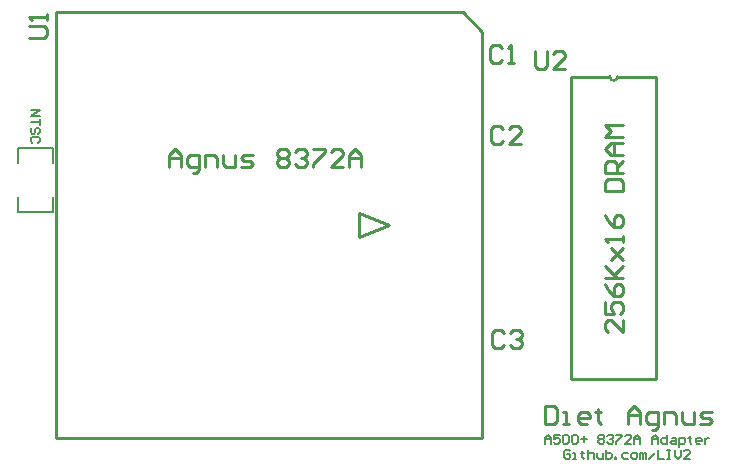
<source format=gto>
G04 Layer_Color=15132400*
%FSLAX24Y24*%
%MOIN*%
G70*
G01*
G75*
%ADD13C,0.0100*%
%ADD23C,0.0060*%
D13*
X31100Y38200D02*
G03*
X31350Y38200I125J0D01*
G01*
X24648Y40342D02*
X25848D01*
X26198D02*
X26848Y39692D01*
Y38342D02*
Y39692D01*
X12648Y40342D02*
X24648D01*
X12648Y26142D02*
Y40342D01*
Y26142D02*
X26848D01*
Y38342D01*
X22748Y33642D02*
X23748Y33242D01*
X22748Y32842D02*
Y33642D01*
Y32842D02*
X23748Y33242D01*
X25848Y40342D02*
X26198D01*
X29800Y28107D02*
Y38200D01*
Y28107D02*
X32650D01*
Y38200D01*
X31375D02*
X32650D01*
X29800D02*
X31075D01*
X31350D02*
X31375D01*
X30975D02*
X31100D01*
X27505Y39155D02*
X27405Y39255D01*
X27205D01*
X27105Y39155D01*
Y38755D01*
X27205Y38655D01*
X27405D01*
X27505Y38755D01*
X27705Y38655D02*
X27905D01*
X27805D01*
Y39255D01*
X27705Y39155D01*
X27550Y36450D02*
X27450Y36550D01*
X27250D01*
X27150Y36450D01*
Y36050D01*
X27250Y35950D01*
X27450D01*
X27550Y36050D01*
X28150Y35950D02*
X27750D01*
X28150Y36350D01*
Y36450D01*
X28050Y36550D01*
X27850D01*
X27750Y36450D01*
X27555Y29655D02*
X27455Y29755D01*
X27255D01*
X27155Y29655D01*
Y29255D01*
X27255Y29155D01*
X27455D01*
X27555Y29255D01*
X27755Y29655D02*
X27855Y29755D01*
X28055D01*
X28155Y29655D01*
Y29555D01*
X28055Y29455D01*
X27955D01*
X28055D01*
X28155Y29355D01*
Y29255D01*
X28055Y29155D01*
X27855D01*
X27755Y29255D01*
X11750Y39500D02*
X12250D01*
X12350Y39600D01*
Y39800D01*
X12250Y39900D01*
X11750D01*
X12350Y40100D02*
Y40300D01*
Y40200D01*
X11750D01*
X11850Y40100D01*
X31520Y30100D02*
Y29700D01*
X31120Y30100D01*
X31020D01*
X30920Y30000D01*
Y29800D01*
X31020Y29700D01*
X30920Y30700D02*
Y30300D01*
X31220D01*
X31120Y30500D01*
Y30600D01*
X31220Y30700D01*
X31420D01*
X31520Y30600D01*
Y30400D01*
X31420Y30300D01*
X30920Y31299D02*
X31020Y31100D01*
X31220Y30900D01*
X31420D01*
X31520Y31000D01*
Y31200D01*
X31420Y31299D01*
X31320D01*
X31220Y31200D01*
Y30900D01*
X30920Y31499D02*
X31520D01*
X31320D01*
X30920Y31899D01*
X31220Y31599D01*
X31520Y31899D01*
X31120Y32099D02*
X31520Y32499D01*
X31320Y32299D01*
X31120Y32499D01*
X31520Y32099D01*
Y32699D02*
Y32899D01*
Y32799D01*
X30920D01*
X31020Y32699D01*
X30920Y33599D02*
X31020Y33399D01*
X31220Y33199D01*
X31420D01*
X31520Y33299D01*
Y33499D01*
X31420Y33599D01*
X31320D01*
X31220Y33499D01*
Y33199D01*
X30920Y34398D02*
X31520D01*
Y34698D01*
X31420Y34798D01*
X31020D01*
X30920Y34698D01*
Y34398D01*
X31520Y34998D02*
X30920D01*
Y35298D01*
X31020Y35398D01*
X31220D01*
X31320Y35298D01*
Y34998D01*
Y35198D02*
X31520Y35398D01*
Y35598D02*
X31120D01*
X30920Y35798D01*
X31120Y35998D01*
X31520D01*
X31220D01*
Y35598D01*
X31520Y36198D02*
X30920D01*
X31120Y36398D01*
X30920Y36598D01*
X31520D01*
X28600Y39050D02*
Y38550D01*
X28700Y38450D01*
X28900D01*
X29000Y38550D01*
Y39050D01*
X29600Y38450D02*
X29200D01*
X29600Y38850D01*
Y38950D01*
X29500Y39050D01*
X29300D01*
X29200Y38950D01*
X16400Y35200D02*
Y35600D01*
X16600Y35800D01*
X16800Y35600D01*
Y35200D01*
Y35500D01*
X16400D01*
X17200Y35000D02*
X17300D01*
X17400Y35100D01*
Y35600D01*
X17100D01*
X17000Y35500D01*
Y35300D01*
X17100Y35200D01*
X17400D01*
X17600D02*
Y35600D01*
X17900D01*
X17999Y35500D01*
Y35200D01*
X18199Y35600D02*
Y35300D01*
X18299Y35200D01*
X18599D01*
Y35600D01*
X18799Y35200D02*
X19099D01*
X19199Y35300D01*
X19099Y35400D01*
X18899D01*
X18799Y35500D01*
X18899Y35600D01*
X19199D01*
X19999Y35700D02*
X20099Y35800D01*
X20299D01*
X20399Y35700D01*
Y35600D01*
X20299Y35500D01*
X20399Y35400D01*
Y35300D01*
X20299Y35200D01*
X20099D01*
X19999Y35300D01*
Y35400D01*
X20099Y35500D01*
X19999Y35600D01*
Y35700D01*
X20099Y35500D02*
X20299D01*
X20599Y35700D02*
X20699Y35800D01*
X20899D01*
X20999Y35700D01*
Y35600D01*
X20899Y35500D01*
X20799D01*
X20899D01*
X20999Y35400D01*
Y35300D01*
X20899Y35200D01*
X20699D01*
X20599Y35300D01*
X21198Y35800D02*
X21598D01*
Y35700D01*
X21198Y35300D01*
Y35200D01*
X22198D02*
X21798D01*
X22198Y35600D01*
Y35700D01*
X22098Y35800D01*
X21898D01*
X21798Y35700D01*
X22398Y35200D02*
Y35600D01*
X22598Y35800D01*
X22798Y35600D01*
Y35200D01*
Y35500D01*
X22398D01*
X28920Y27210D02*
Y26610D01*
X29220D01*
X29320Y26710D01*
Y27110D01*
X29220Y27210D01*
X28920D01*
X29520Y26610D02*
X29720D01*
X29620D01*
Y27010D01*
X29520D01*
X30320Y26610D02*
X30120D01*
X30020Y26710D01*
Y26910D01*
X30120Y27010D01*
X30320D01*
X30420Y26910D01*
Y26810D01*
X30020D01*
X30719Y27110D02*
Y27010D01*
X30619D01*
X30819D01*
X30719D01*
Y26710D01*
X30819Y26610D01*
X31719D02*
Y27010D01*
X31919Y27210D01*
X32119Y27010D01*
Y26610D01*
Y26910D01*
X31719D01*
X32519Y26410D02*
X32619D01*
X32719Y26510D01*
Y27010D01*
X32419D01*
X32319Y26910D01*
Y26710D01*
X32419Y26610D01*
X32719D01*
X32919D02*
Y27010D01*
X33219D01*
X33319Y26910D01*
Y26610D01*
X33519Y27010D02*
Y26710D01*
X33618Y26610D01*
X33918D01*
Y27010D01*
X34118Y26610D02*
X34418D01*
X34518Y26710D01*
X34418Y26810D01*
X34218D01*
X34118Y26910D01*
X34218Y27010D01*
X34518D01*
D23*
X12520Y33680D02*
Y34180D01*
X11380Y33680D02*
X12520D01*
X11380D02*
Y34180D01*
Y35320D02*
Y35820D01*
X12520D01*
Y35320D02*
Y35820D01*
X11800Y37100D02*
X12100D01*
X11800Y36900D01*
X12100D01*
Y36800D02*
Y36600D01*
Y36700D01*
X11800D01*
X12050Y36300D02*
X12100Y36350D01*
Y36450D01*
X12050Y36500D01*
X12000D01*
X11950Y36450D01*
Y36350D01*
X11900Y36300D01*
X11850D01*
X11800Y36350D01*
Y36450D01*
X11850Y36500D01*
X12050Y36000D02*
X12100Y36050D01*
Y36150D01*
X12050Y36200D01*
X11850D01*
X11800Y36150D01*
Y36050D01*
X11850Y36000D01*
X29770Y25710D02*
X29720Y25760D01*
X29620D01*
X29570Y25710D01*
Y25510D01*
X29620Y25460D01*
X29720D01*
X29770Y25510D01*
Y25610D01*
X29670D01*
X29870Y25460D02*
X29970D01*
X29920D01*
Y25660D01*
X29870D01*
X30170Y25710D02*
Y25660D01*
X30120D01*
X30220D01*
X30170D01*
Y25510D01*
X30220Y25460D01*
X30370Y25760D02*
Y25460D01*
Y25610D01*
X30420Y25660D01*
X30520D01*
X30570Y25610D01*
Y25460D01*
X30670Y25660D02*
Y25510D01*
X30720Y25460D01*
X30870D01*
Y25660D01*
X30970Y25760D02*
Y25460D01*
X31119D01*
X31169Y25510D01*
Y25560D01*
Y25610D01*
X31119Y25660D01*
X30970D01*
X31269Y25460D02*
Y25510D01*
X31319D01*
Y25460D01*
X31269D01*
X31719Y25660D02*
X31569D01*
X31519Y25610D01*
Y25510D01*
X31569Y25460D01*
X31719D01*
X31869D02*
X31969D01*
X32019Y25510D01*
Y25610D01*
X31969Y25660D01*
X31869D01*
X31819Y25610D01*
Y25510D01*
X31869Y25460D01*
X32119D02*
Y25660D01*
X32169D01*
X32219Y25610D01*
Y25460D01*
Y25610D01*
X32269Y25660D01*
X32319Y25610D01*
Y25460D01*
X32419D02*
X32619Y25660D01*
X32719Y25760D02*
Y25460D01*
X32919D01*
X33019Y25760D02*
X33119D01*
X33069D01*
Y25460D01*
X33019D01*
X33119D01*
X33269Y25760D02*
Y25560D01*
X33369Y25460D01*
X33469Y25560D01*
Y25760D01*
X33769Y25460D02*
X33569D01*
X33769Y25660D01*
Y25710D01*
X33719Y25760D01*
X33619D01*
X33569Y25710D01*
X28920Y25960D02*
Y26160D01*
X29020Y26260D01*
X29120Y26160D01*
Y25960D01*
Y26110D01*
X28920D01*
X29420Y26260D02*
X29220D01*
Y26110D01*
X29320Y26160D01*
X29370D01*
X29420Y26110D01*
Y26010D01*
X29370Y25960D01*
X29270D01*
X29220Y26010D01*
X29520Y26210D02*
X29570Y26260D01*
X29670D01*
X29720Y26210D01*
Y26010D01*
X29670Y25960D01*
X29570D01*
X29520Y26010D01*
Y26210D01*
X29820D02*
X29870Y26260D01*
X29970D01*
X30020Y26210D01*
Y26010D01*
X29970Y25960D01*
X29870D01*
X29820Y26010D01*
Y26210D01*
X30120Y26110D02*
X30320D01*
X30220Y26210D02*
Y26010D01*
X30719Y26210D02*
X30769Y26260D01*
X30869D01*
X30919Y26210D01*
Y26160D01*
X30869Y26110D01*
X30919Y26060D01*
Y26010D01*
X30869Y25960D01*
X30769D01*
X30719Y26010D01*
Y26060D01*
X30769Y26110D01*
X30719Y26160D01*
Y26210D01*
X30769Y26110D02*
X30869D01*
X31019Y26210D02*
X31069Y26260D01*
X31169D01*
X31219Y26210D01*
Y26160D01*
X31169Y26110D01*
X31119D01*
X31169D01*
X31219Y26060D01*
Y26010D01*
X31169Y25960D01*
X31069D01*
X31019Y26010D01*
X31319Y26260D02*
X31519D01*
Y26210D01*
X31319Y26010D01*
Y25960D01*
X31819D02*
X31619D01*
X31819Y26160D01*
Y26210D01*
X31769Y26260D01*
X31669D01*
X31619Y26210D01*
X31919Y25960D02*
Y26160D01*
X32019Y26260D01*
X32119Y26160D01*
Y25960D01*
Y26110D01*
X31919D01*
X32519Y25960D02*
Y26160D01*
X32619Y26260D01*
X32719Y26160D01*
Y25960D01*
Y26110D01*
X32519D01*
X33019Y26260D02*
Y25960D01*
X32869D01*
X32819Y26010D01*
Y26110D01*
X32869Y26160D01*
X33019D01*
X33169D02*
X33269D01*
X33319Y26110D01*
Y25960D01*
X33169D01*
X33119Y26010D01*
X33169Y26060D01*
X33319D01*
X33419Y25860D02*
Y26160D01*
X33568D01*
X33618Y26110D01*
Y26010D01*
X33568Y25960D01*
X33419D01*
X33768Y26210D02*
Y26160D01*
X33718D01*
X33818D01*
X33768D01*
Y26010D01*
X33818Y25960D01*
X34118D02*
X34018D01*
X33968Y26010D01*
Y26110D01*
X34018Y26160D01*
X34118D01*
X34168Y26110D01*
Y26060D01*
X33968D01*
X34268Y26160D02*
Y25960D01*
Y26060D01*
X34318Y26110D01*
X34368Y26160D01*
X34418D01*
M02*

</source>
